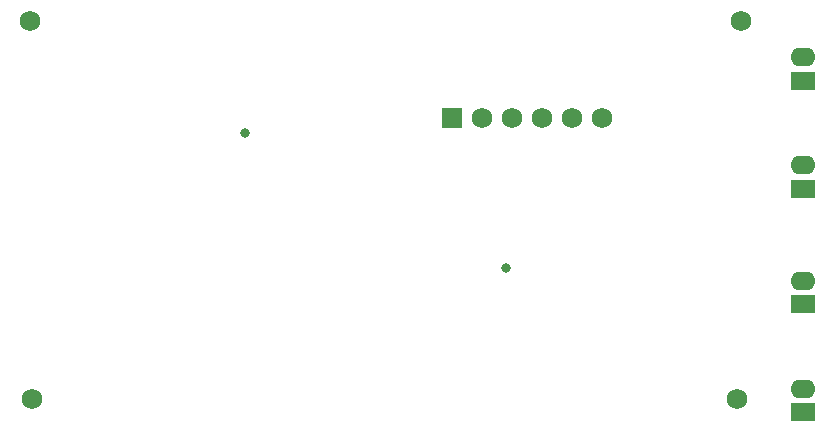
<source format=gbs>
G04*
G04 #@! TF.GenerationSoftware,Altium Limited,Altium Designer,18.1.6 (161)*
G04*
G04 Layer_Color=16711935*
%FSLAX25Y25*%
%MOIN*%
G70*
G01*
G75*
%ADD31O,0.08300X0.06300*%
%ADD32R,0.08300X0.06300*%
%ADD33C,0.06800*%
%ADD34R,0.06800X0.06800*%
%ADD35C,0.03300*%
D31*
X637000Y333374D02*
D03*
Y443874D02*
D03*
Y369374D02*
D03*
Y407874D02*
D03*
D32*
Y325500D02*
D03*
Y436000D02*
D03*
Y361500D02*
D03*
Y400000D02*
D03*
D33*
X380000Y330000D02*
D03*
X379500Y456000D02*
D03*
X616500D02*
D03*
X615000Y330000D02*
D03*
X570000Y423500D02*
D03*
X560000D02*
D03*
X550000D02*
D03*
X540000D02*
D03*
X530000D02*
D03*
D34*
X520000D02*
D03*
D35*
X451000Y418500D02*
D03*
X538000Y373500D02*
D03*
M02*

</source>
